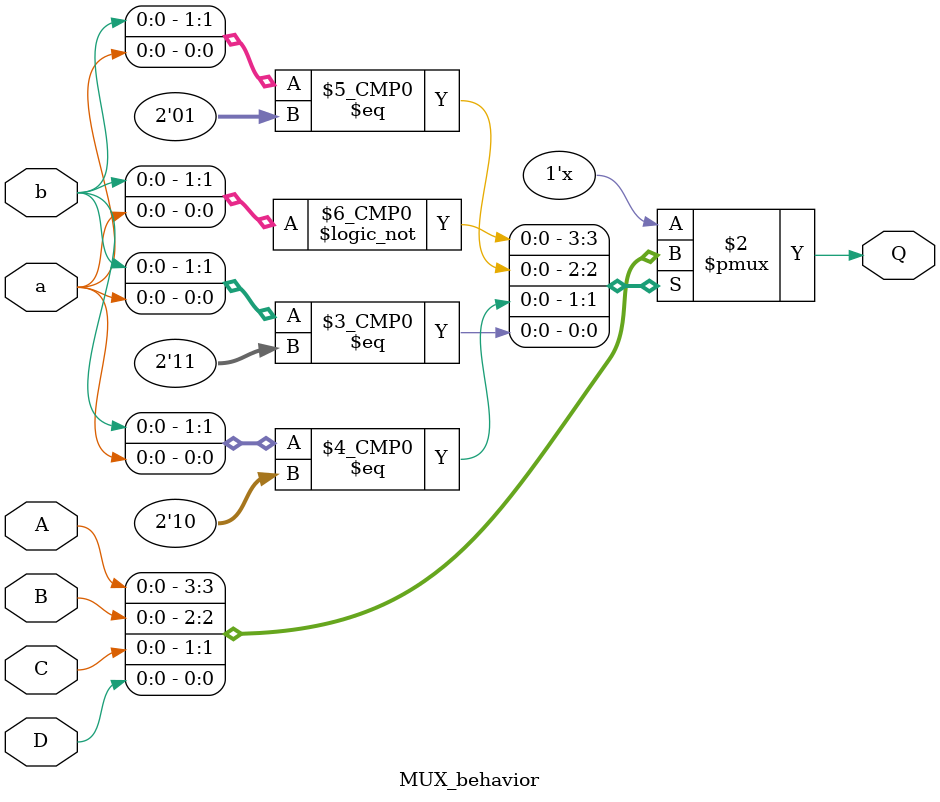
<source format=v>
`timescale 1ns / 1ps

module MUX_behavior(
    input a, b,
    input A, B, C, D,
    output reg Q
    );
    
    always @* begin
    case({b,a})
        'b00    : Q=A;
        'b01    : Q=B;
        'b10    : Q=C;
        'b11    : Q=D;
        default : Q=0;
    endcase
    end 
endmodule

</source>
